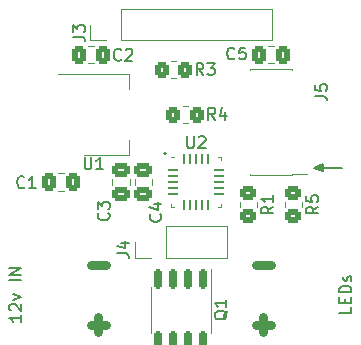
<source format=gto>
G04 #@! TF.GenerationSoftware,KiCad,Pcbnew,(6.0.7)*
G04 #@! TF.CreationDate,2022-10-10T17:08:23+03:00*
G04 #@! TF.ProjectId,DiLight_2.0,44694c69-6768-4745-9f32-2e302e6b6963,rev?*
G04 #@! TF.SameCoordinates,Original*
G04 #@! TF.FileFunction,Legend,Top*
G04 #@! TF.FilePolarity,Positive*
%FSLAX46Y46*%
G04 Gerber Fmt 4.6, Leading zero omitted, Abs format (unit mm)*
G04 Created by KiCad (PCBNEW (6.0.7)) date 2022-10-10 17:08:23*
%MOMM*%
%LPD*%
G01*
G04 APERTURE LIST*
G04 Aperture macros list*
%AMRoundRect*
0 Rectangle with rounded corners*
0 $1 Rounding radius*
0 $2 $3 $4 $5 $6 $7 $8 $9 X,Y pos of 4 corners*
0 Add a 4 corners polygon primitive as box body*
4,1,4,$2,$3,$4,$5,$6,$7,$8,$9,$2,$3,0*
0 Add four circle primitives for the rounded corners*
1,1,$1+$1,$2,$3*
1,1,$1+$1,$4,$5*
1,1,$1+$1,$6,$7*
1,1,$1+$1,$8,$9*
0 Add four rect primitives between the rounded corners*
20,1,$1+$1,$2,$3,$4,$5,0*
20,1,$1+$1,$4,$5,$6,$7,0*
20,1,$1+$1,$6,$7,$8,$9,0*
20,1,$1+$1,$8,$9,$2,$3,0*%
%AMFreePoly0*
4,1,14,0.230680,0.111820,0.364320,-0.021821,0.377500,-0.053642,0.377500,-0.080000,0.364320,-0.111820,0.332500,-0.125000,-0.332500,-0.125000,-0.364320,-0.111820,-0.377500,-0.080000,-0.377500,0.080000,-0.364320,0.111820,-0.332500,0.125000,0.198860,0.125000,0.230680,0.111820,0.230680,0.111820,$1*%
%AMFreePoly1*
4,1,14,0.364320,0.111820,0.377500,0.080000,0.377501,0.053640,0.364318,0.021819,0.230680,-0.111820,0.198860,-0.125000,-0.332500,-0.125000,-0.364320,-0.111820,-0.377500,-0.080000,-0.377500,0.080000,-0.364320,0.111820,-0.332500,0.125000,0.332500,0.125000,0.364320,0.111820,0.364320,0.111820,$1*%
%AMFreePoly2*
4,1,15,0.053642,0.377500,0.080000,0.377500,0.111820,0.364320,0.125000,0.332500,0.125000,-0.332500,0.111820,-0.364320,0.080000,-0.377500,-0.080000,-0.377500,-0.111820,-0.364320,-0.125000,-0.332500,-0.125000,0.198860,-0.111820,0.230680,0.021820,0.364320,0.053640,0.377501,0.053642,0.377500,0.053642,0.377500,$1*%
%AMFreePoly3*
4,1,14,-0.021820,0.364320,0.111820,0.230679,0.125000,0.198858,0.125000,-0.332500,0.111820,-0.364320,0.080000,-0.377500,-0.080000,-0.377500,-0.111820,-0.364320,-0.125000,-0.332500,-0.125000,0.332500,-0.111820,0.364320,-0.080000,0.377500,-0.053640,0.377500,-0.021820,0.364320,-0.021820,0.364320,$1*%
%AMFreePoly4*
4,1,14,0.364320,0.111820,0.377500,0.080000,0.377500,-0.080000,0.364320,-0.111820,0.332500,-0.125000,-0.198860,-0.125001,-0.230681,-0.111818,-0.364320,0.021820,-0.377500,0.053640,-0.377500,0.080000,-0.364320,0.111820,-0.332500,0.125000,0.332500,0.125000,0.364320,0.111820,0.364320,0.111820,$1*%
%AMFreePoly5*
4,1,15,-0.198858,0.125000,0.332500,0.125000,0.364320,0.111820,0.377500,0.080000,0.377500,-0.080000,0.364320,-0.111820,0.332500,-0.125000,-0.332500,-0.125000,-0.364320,-0.111820,-0.377500,-0.080000,-0.377500,-0.053640,-0.364320,-0.021820,-0.230680,0.111820,-0.198860,0.125001,-0.198858,0.125000,-0.198858,0.125000,$1*%
%AMFreePoly6*
4,1,14,0.111820,0.364320,0.125000,0.332500,0.125001,-0.198860,0.111818,-0.230681,-0.021820,-0.364320,-0.053640,-0.377500,-0.080000,-0.377500,-0.111820,-0.364320,-0.125000,-0.332500,-0.125000,0.332500,-0.111820,0.364320,-0.080000,0.377500,0.080000,0.377500,0.111820,0.364320,0.111820,0.364320,$1*%
%AMFreePoly7*
4,1,14,0.111820,0.364320,0.125000,0.332500,0.125000,-0.332500,0.111820,-0.364320,0.080000,-0.377500,0.053640,-0.377501,0.021819,-0.364318,-0.111820,-0.230680,-0.125000,-0.198860,-0.125000,0.332500,-0.111820,0.364320,-0.080000,0.377500,0.080000,0.377500,0.111820,0.364320,0.111820,0.364320,$1*%
G04 Aperture macros list end*
%ADD10C,0.800000*%
%ADD11C,0.150000*%
%ADD12C,0.175000*%
%ADD13C,0.120000*%
%ADD14R,1.700000X1.700000*%
%ADD15O,1.700000X1.700000*%
%ADD16RoundRect,0.250000X0.337500X0.475000X-0.337500X0.475000X-0.337500X-0.475000X0.337500X-0.475000X0*%
%ADD17C,2.200000*%
%ADD18R,2.400000X0.740000*%
%ADD19FreePoly0,0.000000*%
%ADD20RoundRect,0.062500X-0.375000X-0.062500X0.375000X-0.062500X0.375000X0.062500X-0.375000X0.062500X0*%
%ADD21FreePoly1,0.000000*%
%ADD22FreePoly2,0.000000*%
%ADD23RoundRect,0.062500X-0.062500X-0.375000X0.062500X-0.375000X0.062500X0.375000X-0.062500X0.375000X0*%
%ADD24FreePoly3,0.000000*%
%ADD25FreePoly4,0.000000*%
%ADD26FreePoly5,0.000000*%
%ADD27FreePoly6,0.000000*%
%ADD28FreePoly7,0.000000*%
%ADD29RoundRect,0.250000X-0.475000X0.337500X-0.475000X-0.337500X0.475000X-0.337500X0.475000X0.337500X0*%
%ADD30RoundRect,0.250000X-0.450000X0.350000X-0.450000X-0.350000X0.450000X-0.350000X0.450000X0.350000X0*%
%ADD31RoundRect,0.250000X-0.337500X-0.475000X0.337500X-0.475000X0.337500X0.475000X-0.337500X0.475000X0*%
%ADD32R,2.000000X1.500000*%
%ADD33R,2.000000X3.800000*%
%ADD34RoundRect,0.250000X-0.350000X-0.450000X0.350000X-0.450000X0.350000X0.450000X-0.350000X0.450000X0*%
%ADD35RoundRect,0.150000X-0.150000X0.675000X-0.150000X-0.675000X0.150000X-0.675000X0.150000X0.675000X0*%
%ADD36C,2.600000*%
G04 APERTURE END LIST*
D10*
X27940000Y-43815000D02*
X29210000Y-43815000D01*
D11*
X46820000Y-30520000D02*
X49220000Y-30520000D01*
G36*
X47620000Y-30820000D02*
G01*
X46820000Y-30520000D01*
X47620000Y-30220000D01*
X47620000Y-30820000D01*
G37*
X47620000Y-30820000D02*
X46820000Y-30520000D01*
X47620000Y-30220000D01*
X47620000Y-30820000D01*
D10*
X41910000Y-38735000D02*
X43180000Y-38735000D01*
D12*
X34307500Y-29320000D02*
G75*
G03*
X34307500Y-29320000I-87500J0D01*
G01*
D10*
X42545000Y-43180000D02*
X42545000Y-44450000D01*
X27940000Y-38735000D02*
X29210000Y-38735000D01*
X28575000Y-43180000D02*
X28575000Y-44450000D01*
X43180000Y-43815000D02*
X41910000Y-43815000D01*
D11*
X49982380Y-42322619D02*
X49982380Y-42798809D01*
X48982380Y-42798809D01*
X49458571Y-41989285D02*
X49458571Y-41655952D01*
X49982380Y-41513095D02*
X49982380Y-41989285D01*
X48982380Y-41989285D01*
X48982380Y-41513095D01*
X49982380Y-41084523D02*
X48982380Y-41084523D01*
X48982380Y-40846428D01*
X49030000Y-40703571D01*
X49125238Y-40608333D01*
X49220476Y-40560714D01*
X49410952Y-40513095D01*
X49553809Y-40513095D01*
X49744285Y-40560714D01*
X49839523Y-40608333D01*
X49934761Y-40703571D01*
X49982380Y-40846428D01*
X49982380Y-41084523D01*
X49934761Y-40132142D02*
X49982380Y-40036904D01*
X49982380Y-39846428D01*
X49934761Y-39751190D01*
X49839523Y-39703571D01*
X49791904Y-39703571D01*
X49696666Y-39751190D01*
X49649047Y-39846428D01*
X49649047Y-39989285D01*
X49601428Y-40084523D01*
X49506190Y-40132142D01*
X49458571Y-40132142D01*
X49363333Y-40084523D01*
X49315714Y-39989285D01*
X49315714Y-39846428D01*
X49363333Y-39751190D01*
X22042380Y-42989285D02*
X22042380Y-43560714D01*
X22042380Y-43275000D02*
X21042380Y-43275000D01*
X21185238Y-43370238D01*
X21280476Y-43465476D01*
X21328095Y-43560714D01*
X21137619Y-42608333D02*
X21090000Y-42560714D01*
X21042380Y-42465476D01*
X21042380Y-42227380D01*
X21090000Y-42132142D01*
X21137619Y-42084523D01*
X21232857Y-42036904D01*
X21328095Y-42036904D01*
X21470952Y-42084523D01*
X22042380Y-42655952D01*
X22042380Y-42036904D01*
X21375714Y-41703571D02*
X22042380Y-41465476D01*
X21375714Y-41227380D01*
X22042380Y-40084523D02*
X21042380Y-40084523D01*
X22042380Y-39608333D02*
X21042380Y-39608333D01*
X22042380Y-39036904D01*
X21042380Y-39036904D01*
X30157380Y-37798333D02*
X30871666Y-37798333D01*
X31014523Y-37845952D01*
X31109761Y-37941190D01*
X31157380Y-38084047D01*
X31157380Y-38179285D01*
X30490714Y-36893571D02*
X31157380Y-36893571D01*
X30109761Y-37131666D02*
X30824047Y-37369761D01*
X30824047Y-36750714D01*
X22293333Y-32167142D02*
X22245714Y-32214761D01*
X22102857Y-32262380D01*
X22007619Y-32262380D01*
X21864761Y-32214761D01*
X21769523Y-32119523D01*
X21721904Y-32024285D01*
X21674285Y-31833809D01*
X21674285Y-31690952D01*
X21721904Y-31500476D01*
X21769523Y-31405238D01*
X21864761Y-31310000D01*
X22007619Y-31262380D01*
X22102857Y-31262380D01*
X22245714Y-31310000D01*
X22293333Y-31357619D01*
X23245714Y-32262380D02*
X22674285Y-32262380D01*
X22960000Y-32262380D02*
X22960000Y-31262380D01*
X22864761Y-31405238D01*
X22769523Y-31500476D01*
X22674285Y-31548095D01*
X46912380Y-24463333D02*
X47626666Y-24463333D01*
X47769523Y-24510952D01*
X47864761Y-24606190D01*
X47912380Y-24749047D01*
X47912380Y-24844285D01*
X46912380Y-23510952D02*
X46912380Y-23987142D01*
X47388571Y-24034761D01*
X47340952Y-23987142D01*
X47293333Y-23891904D01*
X47293333Y-23653809D01*
X47340952Y-23558571D01*
X47388571Y-23510952D01*
X47483809Y-23463333D01*
X47721904Y-23463333D01*
X47817142Y-23510952D01*
X47864761Y-23558571D01*
X47912380Y-23653809D01*
X47912380Y-23891904D01*
X47864761Y-23987142D01*
X47817142Y-24034761D01*
X36068095Y-27882380D02*
X36068095Y-28691904D01*
X36115714Y-28787142D01*
X36163333Y-28834761D01*
X36258571Y-28882380D01*
X36449047Y-28882380D01*
X36544285Y-28834761D01*
X36591904Y-28787142D01*
X36639523Y-28691904D01*
X36639523Y-27882380D01*
X37068095Y-27977619D02*
X37115714Y-27930000D01*
X37210952Y-27882380D01*
X37449047Y-27882380D01*
X37544285Y-27930000D01*
X37591904Y-27977619D01*
X37639523Y-28072857D01*
X37639523Y-28168095D01*
X37591904Y-28310952D01*
X37020476Y-28882380D01*
X37639523Y-28882380D01*
X29417142Y-34376666D02*
X29464761Y-34424285D01*
X29512380Y-34567142D01*
X29512380Y-34662380D01*
X29464761Y-34805238D01*
X29369523Y-34900476D01*
X29274285Y-34948095D01*
X29083809Y-34995714D01*
X28940952Y-34995714D01*
X28750476Y-34948095D01*
X28655238Y-34900476D01*
X28560000Y-34805238D01*
X28512380Y-34662380D01*
X28512380Y-34567142D01*
X28560000Y-34424285D01*
X28607619Y-34376666D01*
X28512380Y-34043333D02*
X28512380Y-33424285D01*
X28893333Y-33757619D01*
X28893333Y-33614761D01*
X28940952Y-33519523D01*
X28988571Y-33471904D01*
X29083809Y-33424285D01*
X29321904Y-33424285D01*
X29417142Y-33471904D01*
X29464761Y-33519523D01*
X29512380Y-33614761D01*
X29512380Y-33900476D01*
X29464761Y-33995714D01*
X29417142Y-34043333D01*
X43377380Y-33821666D02*
X42901190Y-34155000D01*
X43377380Y-34393095D02*
X42377380Y-34393095D01*
X42377380Y-34012142D01*
X42425000Y-33916904D01*
X42472619Y-33869285D01*
X42567857Y-33821666D01*
X42710714Y-33821666D01*
X42805952Y-33869285D01*
X42853571Y-33916904D01*
X42901190Y-34012142D01*
X42901190Y-34393095D01*
X43377380Y-32869285D02*
X43377380Y-33440714D01*
X43377380Y-33155000D02*
X42377380Y-33155000D01*
X42520238Y-33250238D01*
X42615476Y-33345476D01*
X42663095Y-33440714D01*
X40093333Y-21267142D02*
X40045714Y-21314761D01*
X39902857Y-21362380D01*
X39807619Y-21362380D01*
X39664761Y-21314761D01*
X39569523Y-21219523D01*
X39521904Y-21124285D01*
X39474285Y-20933809D01*
X39474285Y-20790952D01*
X39521904Y-20600476D01*
X39569523Y-20505238D01*
X39664761Y-20410000D01*
X39807619Y-20362380D01*
X39902857Y-20362380D01*
X40045714Y-20410000D01*
X40093333Y-20457619D01*
X40998095Y-20362380D02*
X40521904Y-20362380D01*
X40474285Y-20838571D01*
X40521904Y-20790952D01*
X40617142Y-20743333D01*
X40855238Y-20743333D01*
X40950476Y-20790952D01*
X40998095Y-20838571D01*
X41045714Y-20933809D01*
X41045714Y-21171904D01*
X40998095Y-21267142D01*
X40950476Y-21314761D01*
X40855238Y-21362380D01*
X40617142Y-21362380D01*
X40521904Y-21314761D01*
X40474285Y-21267142D01*
X27398095Y-29662380D02*
X27398095Y-30471904D01*
X27445714Y-30567142D01*
X27493333Y-30614761D01*
X27588571Y-30662380D01*
X27779047Y-30662380D01*
X27874285Y-30614761D01*
X27921904Y-30567142D01*
X27969523Y-30471904D01*
X27969523Y-29662380D01*
X28969523Y-30662380D02*
X28398095Y-30662380D01*
X28683809Y-30662380D02*
X28683809Y-29662380D01*
X28588571Y-29805238D01*
X28493333Y-29900476D01*
X28398095Y-29948095D01*
X37453333Y-22677380D02*
X37120000Y-22201190D01*
X36881904Y-22677380D02*
X36881904Y-21677380D01*
X37262857Y-21677380D01*
X37358095Y-21725000D01*
X37405714Y-21772619D01*
X37453333Y-21867857D01*
X37453333Y-22010714D01*
X37405714Y-22105952D01*
X37358095Y-22153571D01*
X37262857Y-22201190D01*
X36881904Y-22201190D01*
X37786666Y-21677380D02*
X38405714Y-21677380D01*
X38072380Y-22058333D01*
X38215238Y-22058333D01*
X38310476Y-22105952D01*
X38358095Y-22153571D01*
X38405714Y-22248809D01*
X38405714Y-22486904D01*
X38358095Y-22582142D01*
X38310476Y-22629761D01*
X38215238Y-22677380D01*
X37929523Y-22677380D01*
X37834285Y-22629761D01*
X37786666Y-22582142D01*
X38453333Y-26472380D02*
X38120000Y-25996190D01*
X37881904Y-26472380D02*
X37881904Y-25472380D01*
X38262857Y-25472380D01*
X38358095Y-25520000D01*
X38405714Y-25567619D01*
X38453333Y-25662857D01*
X38453333Y-25805714D01*
X38405714Y-25900952D01*
X38358095Y-25948571D01*
X38262857Y-25996190D01*
X37881904Y-25996190D01*
X39310476Y-25805714D02*
X39310476Y-26472380D01*
X39072380Y-25424761D02*
X38834285Y-26139047D01*
X39453333Y-26139047D01*
X33817142Y-34476666D02*
X33864761Y-34524285D01*
X33912380Y-34667142D01*
X33912380Y-34762380D01*
X33864761Y-34905238D01*
X33769523Y-35000476D01*
X33674285Y-35048095D01*
X33483809Y-35095714D01*
X33340952Y-35095714D01*
X33150476Y-35048095D01*
X33055238Y-35000476D01*
X32960000Y-34905238D01*
X32912380Y-34762380D01*
X32912380Y-34667142D01*
X32960000Y-34524285D01*
X33007619Y-34476666D01*
X33245714Y-33619523D02*
X33912380Y-33619523D01*
X32864761Y-33857619D02*
X33579047Y-34095714D01*
X33579047Y-33476666D01*
X26412380Y-19443333D02*
X27126666Y-19443333D01*
X27269523Y-19490952D01*
X27364761Y-19586190D01*
X27412380Y-19729047D01*
X27412380Y-19824285D01*
X26412380Y-19062380D02*
X26412380Y-18443333D01*
X26793333Y-18776666D01*
X26793333Y-18633809D01*
X26840952Y-18538571D01*
X26888571Y-18490952D01*
X26983809Y-18443333D01*
X27221904Y-18443333D01*
X27317142Y-18490952D01*
X27364761Y-18538571D01*
X27412380Y-18633809D01*
X27412380Y-18919523D01*
X27364761Y-19014761D01*
X27317142Y-19062380D01*
X30493333Y-21367142D02*
X30445714Y-21414761D01*
X30302857Y-21462380D01*
X30207619Y-21462380D01*
X30064761Y-21414761D01*
X29969523Y-21319523D01*
X29921904Y-21224285D01*
X29874285Y-21033809D01*
X29874285Y-20890952D01*
X29921904Y-20700476D01*
X29969523Y-20605238D01*
X30064761Y-20510000D01*
X30207619Y-20462380D01*
X30302857Y-20462380D01*
X30445714Y-20510000D01*
X30493333Y-20557619D01*
X30874285Y-20557619D02*
X30921904Y-20510000D01*
X31017142Y-20462380D01*
X31255238Y-20462380D01*
X31350476Y-20510000D01*
X31398095Y-20557619D01*
X31445714Y-20652857D01*
X31445714Y-20748095D01*
X31398095Y-20890952D01*
X30826666Y-21462380D01*
X31445714Y-21462380D01*
X47187380Y-33821666D02*
X46711190Y-34155000D01*
X47187380Y-34393095D02*
X46187380Y-34393095D01*
X46187380Y-34012142D01*
X46235000Y-33916904D01*
X46282619Y-33869285D01*
X46377857Y-33821666D01*
X46520714Y-33821666D01*
X46615952Y-33869285D01*
X46663571Y-33916904D01*
X46711190Y-34012142D01*
X46711190Y-34393095D01*
X46187380Y-32916904D02*
X46187380Y-33393095D01*
X46663571Y-33440714D01*
X46615952Y-33393095D01*
X46568333Y-33297857D01*
X46568333Y-33059761D01*
X46615952Y-32964523D01*
X46663571Y-32916904D01*
X46758809Y-32869285D01*
X46996904Y-32869285D01*
X47092142Y-32916904D01*
X47139761Y-32964523D01*
X47187380Y-33059761D01*
X47187380Y-33297857D01*
X47139761Y-33393095D01*
X47092142Y-33440714D01*
X39507619Y-42640238D02*
X39460000Y-42735476D01*
X39364761Y-42830714D01*
X39221904Y-42973571D01*
X39174285Y-43068809D01*
X39174285Y-43164047D01*
X39412380Y-43116428D02*
X39364761Y-43211666D01*
X39269523Y-43306904D01*
X39079047Y-43354523D01*
X38745714Y-43354523D01*
X38555238Y-43306904D01*
X38460000Y-43211666D01*
X38412380Y-43116428D01*
X38412380Y-42925952D01*
X38460000Y-42830714D01*
X38555238Y-42735476D01*
X38745714Y-42687857D01*
X39079047Y-42687857D01*
X39269523Y-42735476D01*
X39364761Y-42830714D01*
X39412380Y-42925952D01*
X39412380Y-43116428D01*
X39412380Y-41735476D02*
X39412380Y-42306904D01*
X39412380Y-42021190D02*
X38412380Y-42021190D01*
X38555238Y-42116428D01*
X38650476Y-42211666D01*
X38698095Y-42306904D01*
D13*
X33035000Y-38160000D02*
X31705000Y-38160000D01*
X34305000Y-35500000D02*
X39445000Y-35500000D01*
X34305000Y-38160000D02*
X34305000Y-35500000D01*
X31705000Y-38160000D02*
X31705000Y-36830000D01*
X39445000Y-38160000D02*
X39445000Y-35500000D01*
X34305000Y-38160000D02*
X39445000Y-38160000D01*
X25661252Y-32485000D02*
X25138748Y-32485000D01*
X25661252Y-31015000D02*
X25138748Y-31015000D01*
X44945000Y-22230000D02*
X44945000Y-22165000D01*
X41415000Y-22230000D02*
X41415000Y-22165000D01*
X44945000Y-31175000D02*
X41415000Y-31175000D01*
X44945000Y-31175000D02*
X44945000Y-31110000D01*
X41415000Y-31175000D02*
X41415000Y-31110000D01*
X44945000Y-22165000D02*
X41415000Y-22165000D01*
X46270000Y-31110000D02*
X44945000Y-31110000D01*
X34945000Y-33860000D02*
X34720000Y-33860000D01*
X38940000Y-29640000D02*
X38940000Y-29865000D01*
X38715000Y-33860000D02*
X38940000Y-33860000D01*
X38715000Y-29640000D02*
X38940000Y-29640000D01*
X38940000Y-33860000D02*
X38940000Y-33635000D01*
X34720000Y-33860000D02*
X34720000Y-33635000D01*
X34945000Y-29640000D02*
X34720000Y-29640000D01*
X31215000Y-31488748D02*
X31215000Y-32011252D01*
X29745000Y-31488748D02*
X29745000Y-32011252D01*
X42010000Y-33427936D02*
X42010000Y-33882064D01*
X40540000Y-33427936D02*
X40540000Y-33882064D01*
X42918748Y-20220000D02*
X43441252Y-20220000D01*
X42918748Y-21690000D02*
X43441252Y-21690000D01*
X31120000Y-29445000D02*
X31120000Y-28185000D01*
X31120000Y-22625000D02*
X31120000Y-23885000D01*
X25110000Y-22625000D02*
X31120000Y-22625000D01*
X27360000Y-29445000D02*
X31120000Y-29445000D01*
X34697936Y-21490000D02*
X35152064Y-21490000D01*
X34697936Y-22960000D02*
X35152064Y-22960000D01*
X35692936Y-26770000D02*
X36147064Y-26770000D01*
X35692936Y-25300000D02*
X36147064Y-25300000D01*
X33120000Y-31488748D02*
X33120000Y-32011252D01*
X31650000Y-31488748D02*
X31650000Y-32011252D01*
X27880000Y-19745000D02*
X27880000Y-18415000D01*
X30480000Y-19745000D02*
X43240000Y-19745000D01*
X30480000Y-17085000D02*
X43240000Y-17085000D01*
X43240000Y-19745000D02*
X43240000Y-17085000D01*
X29210000Y-19745000D02*
X27880000Y-19745000D01*
X30480000Y-19745000D02*
X30480000Y-17085000D01*
X28201252Y-21690000D02*
X27678748Y-21690000D01*
X28201252Y-20220000D02*
X27678748Y-20220000D01*
X45820000Y-33427936D02*
X45820000Y-33882064D01*
X44350000Y-33427936D02*
X44350000Y-33882064D01*
X33000000Y-42545000D02*
X33000000Y-40595000D01*
X38120000Y-42545000D02*
X38120000Y-39095000D01*
X33000000Y-42545000D02*
X33000000Y-44495000D01*
X38120000Y-42545000D02*
X38120000Y-44495000D01*
%LPC*%
D14*
X33035000Y-36830000D03*
D15*
X35575000Y-36830000D03*
X38115000Y-36830000D03*
D16*
X26437500Y-31750000D03*
X24362500Y-31750000D03*
D17*
X22320000Y-27940000D03*
D18*
X45130000Y-30480000D03*
X41230000Y-30480000D03*
X45130000Y-29210000D03*
X41230000Y-29210000D03*
X45130000Y-27940000D03*
X41230000Y-27940000D03*
X45130000Y-26670000D03*
X41230000Y-26670000D03*
X45130000Y-25400000D03*
X41230000Y-25400000D03*
X45130000Y-24130000D03*
X41230000Y-24130000D03*
X45130000Y-22860000D03*
X41230000Y-22860000D03*
D19*
X34832500Y-30250000D03*
D20*
X34892500Y-30750000D03*
X34892500Y-31250000D03*
X34892500Y-31750000D03*
X34892500Y-32250000D03*
X34892500Y-32750000D03*
D21*
X34832500Y-33250000D03*
D22*
X35330000Y-33747500D03*
D23*
X35830000Y-33687500D03*
X36330000Y-33687500D03*
X36830000Y-33687500D03*
X37330000Y-33687500D03*
X37830000Y-33687500D03*
D24*
X38330000Y-33747500D03*
D25*
X38827500Y-33250000D03*
D20*
X38767500Y-32750000D03*
X38767500Y-32250000D03*
X38767500Y-31750000D03*
X38767500Y-31250000D03*
X38767500Y-30750000D03*
D26*
X38827500Y-30250000D03*
D27*
X38330000Y-29752500D03*
D23*
X37830000Y-29812500D03*
X37330000Y-29812500D03*
X36830000Y-29812500D03*
X36330000Y-29812500D03*
X35830000Y-29812500D03*
D28*
X35330000Y-29752500D03*
D29*
X30480000Y-30712500D03*
X30480000Y-32787500D03*
D30*
X41275000Y-32655000D03*
X41275000Y-34655000D03*
D31*
X42142500Y-20955000D03*
X44217500Y-20955000D03*
D32*
X26060000Y-23735000D03*
D33*
X32360000Y-26035000D03*
D32*
X26060000Y-26035000D03*
X26060000Y-28335000D03*
D34*
X33925000Y-22225000D03*
X35925000Y-22225000D03*
X34920000Y-26035000D03*
X36920000Y-26035000D03*
D17*
X48820000Y-27940000D03*
D29*
X32385000Y-30712500D03*
X32385000Y-32787500D03*
D14*
X29210000Y-18415000D03*
D15*
X31750000Y-18415000D03*
X34290000Y-18415000D03*
X36830000Y-18415000D03*
X39370000Y-18415000D03*
X41910000Y-18415000D03*
D16*
X28977500Y-20955000D03*
X26902500Y-20955000D03*
D30*
X45085000Y-32655000D03*
X45085000Y-34655000D03*
D35*
X33655000Y-39920000D03*
X36195000Y-45170000D03*
X33655000Y-45170000D03*
X34925000Y-45170000D03*
X37465000Y-45170000D03*
X37465000Y-39920000D03*
X36195000Y-39920000D03*
X34925000Y-39920000D03*
D36*
X46220000Y-43775000D03*
X46220000Y-38775000D03*
X24900000Y-38775000D03*
X24900000Y-43775000D03*
M02*

</source>
